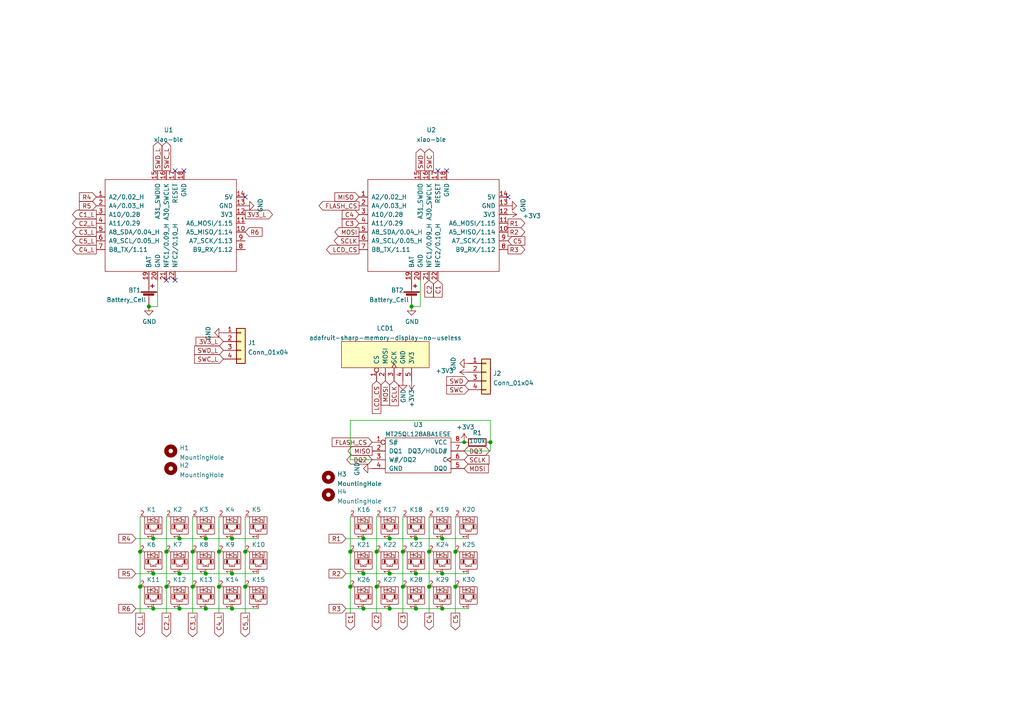
<source format=kicad_sch>
(kicad_sch (version 20211123) (generator eeschema)
  (paper "A4")
  (lib_symbols
    (symbol "Connector_Generic:Conn_01x04" (pin_names (offset 1.016) hide)
      (property "Reference" "J" (at 0 5.08 0))
      (property "Value" "Conn_01x04" (at 0 -7.62 0))
      (symbol "Conn_01x04_1_1"
        (pin passive line (at -5.08 2.54 0) (length 3.81) (name "Pin_1") (number "1"))
        (pin passive line (at -5.08 0 0) (length 3.81) (name "Pin_2") (number "2"))
        (pin passive line (at -5.08 -2.54 0) (length 3.81) (name "Pin_3") (number "3"))
        (pin passive line (at -5.08 -5.08 0) (length 3.81) (name "Pin_4") (number "4"))
      )
    )
    (symbol "Device:Battery_Cell" (pin_numbers hide) (pin_names (offset 0) hide)
      (property "Reference" "BT" (at 2.54 2.54 0))
      (property "Value" "Battery_Cell" (at 2.54 0 0))
      (symbol "Battery_Cell_1_1"
        (pin passive line (at 0 5.08 270) (length 2.54) (name "+") (number "1"))
        (pin passive line (at 0 -2.54 90) (length 2.54) (name "-") (number "2"))
      )
    )
    (symbol "Device:R" (pin_numbers hide) (pin_names (offset 0))
      (property "Reference" "R" (at 2.032 0 90))
      (property "Value" "R" (at 0 0 90))
      (symbol "R_1_1"
        (pin passive line (at 0 3.81 270) (length 1.27) (name "~") (number "1"))
        (pin passive line (at 0 -3.81 90) (length 1.27) (name "~") (number "2"))
      )
    )
    (symbol "Mechanical:MountingHole" (pin_names (offset 1.016))
      (property "Reference" "H" (at 0 5.08 0))
      (property "Value" "MountingHole" (at 0 3.175 0))
    )
    (symbol "diode-choc:diode-choc" (pin_names (offset 1.016))
      (property "Reference" "K" (at 0 3.81 0))
      (symbol "diode-choc_1_1"
        (pin input line (at 0 -3.81 90) (length 1.27) (name "~") (number "1"))
        (pin output line (at -3.81 2.54 0) (length 1.27) (name "~") (number "2"))
      )
    )
    (symbol "diode-choc:diode-choc_1" (pin_names (offset 1.016))
      (property "Reference" "K" (at 0 3.81 0))
      (symbol "diode-choc_1_1_1"
        (pin input line (at 0 -3.81 90) (length 1.27) (name "~") (number "1"))
        (pin output line (at -3.81 2.54 0) (length 1.27) (name "~") (number "2"))
      )
    )
    (symbol "diode-choc:diode-choc_15" (pin_names (offset 1.016))
      (property "Reference" "K" (at 0 3.81 0))
      (symbol "diode-choc_15_1_1"
        (pin input line (at 0 -3.81 90) (length 1.27) (name "~") (number "1"))
        (pin output line (at -3.81 2.54 0) (length 1.27) (name "~") (number "2"))
      )
    )
    (symbol "diode-choc:diode-choc_16" (pin_names (offset 1.016))
      (property "Reference" "K" (at 0 3.81 0))
      (symbol "diode-choc_16_1_1"
        (pin input line (at 0 -3.81 90) (length 1.27) (name "~") (number "1"))
        (pin output line (at -3.81 2.54 0) (length 1.27) (name "~") (number "2"))
      )
    )
    (symbol "diode-choc:diode-choc_17" (pin_names (offset 1.016))
      (property "Reference" "K" (at 0 3.81 0))
      (symbol "diode-choc_17_1_1"
        (pin input line (at 0 -3.81 90) (length 1.27) (name "~") (number "1"))
        (pin output line (at -3.81 2.54 0) (length 1.27) (name "~") (number "2"))
      )
    )
    (symbol "diode-choc:diode-choc_18" (pin_names (offset 1.016))
      (property "Reference" "K" (at 0 3.81 0))
      (symbol "diode-choc_18_1_1"
        (pin input line (at 0 -3.81 90) (length 1.27) (name "~") (number "1"))
        (pin output line (at -3.81 2.54 0) (length 1.27) (name "~") (number "2"))
      )
    )
    (symbol "diode-choc:diode-choc_19" (pin_names (offset 1.016))
      (property "Reference" "K" (at 0 3.81 0))
      (symbol "diode-choc_19_1_1"
        (pin input line (at 0 -3.81 90) (length 1.27) (name "~") (number "1"))
        (pin output line (at -3.81 2.54 0) (length 1.27) (name "~") (number "2"))
      )
    )
    (symbol "diode-choc:diode-choc_23" (pin_names (offset 1.016))
      (property "Reference" "K" (at 0 3.81 0))
      (symbol "diode-choc_23_1_1"
        (pin input line (at 0 -3.81 90) (length 1.27) (name "~") (number "1"))
        (pin output line (at -3.81 2.54 0) (length 1.27) (name "~") (number "2"))
      )
    )
    (symbol "diode-choc:diode-choc_24" (pin_names (offset 1.016))
      (property "Reference" "K" (at 0 3.81 0))
      (symbol "diode-choc_24_1_1"
        (pin input line (at 0 -3.81 90) (length 1.27) (name "~") (number "1"))
        (pin output line (at -3.81 2.54 0) (length 1.27) (name "~") (number "2"))
      )
    )
    (symbol "diode-choc:diode-choc_25" (pin_names (offset 1.016))
      (property "Reference" "K" (at 0 3.81 0))
      (symbol "diode-choc_25_1_1"
        (pin input line (at 0 -3.81 90) (length 1.27) (name "~") (number "1"))
        (pin output line (at -3.81 2.54 0) (length 1.27) (name "~") (number "2"))
      )
    )
    (symbol "diode-choc:diode-choc_26" (pin_names (offset 1.016))
      (property "Reference" "K" (at 0 3.81 0))
      (symbol "diode-choc_26_1_1"
        (pin input line (at 0 -3.81 90) (length 1.27) (name "~") (number "1"))
        (pin output line (at -3.81 2.54 0) (length 1.27) (name "~") (number "2"))
      )
    )
    (symbol "diode-choc:diode-choc_27" (pin_names (offset 1.016))
      (property "Reference" "K" (at 0 3.81 0))
      (symbol "diode-choc_27_1_1"
        (pin input line (at 0 -3.81 90) (length 1.27) (name "~") (number "1"))
        (pin output line (at -3.81 2.54 0) (length 1.27) (name "~") (number "2"))
      )
    )
    (symbol "diode-choc:diode-choc_28" (pin_names (offset 1.016))
      (property "Reference" "K" (at 0 3.81 0))
      (symbol "diode-choc_28_1_1"
        (pin input line (at 0 -3.81 90) (length 1.27) (name "~") (number "1"))
        (pin output line (at -3.81 2.54 0) (length 1.27) (name "~") (number "2"))
      )
    )
    (symbol "diode-choc:diode-choc_4" (pin_names (offset 1.016))
      (property "Reference" "K" (at 0 3.81 0))
      (symbol "diode-choc_4_1_1"
        (pin input line (at 0 -3.81 90) (length 1.27) (name "~") (number "1"))
        (pin output line (at -3.81 2.54 0) (length 1.27) (name "~") (number "2"))
      )
    )
    (symbol "diode-choc:diode-choc_5" (pin_names (offset 1.016))
      (property "Reference" "K" (at 0 3.81 0))
      (symbol "diode-choc_5_1_1"
        (pin input line (at 0 -3.81 90) (length 1.27) (name "~") (number "1"))
        (pin output line (at -3.81 2.54 0) (length 1.27) (name "~") (number "2"))
      )
    )
    (symbol "diode-choc:diode-choc_6" (pin_names (offset 1.016))
      (property "Reference" "K" (at 0 3.81 0))
      (symbol "diode-choc_6_1_1"
        (pin input line (at 0 -3.81 90) (length 1.27) (name "~") (number "1"))
        (pin output line (at -3.81 2.54 0) (length 1.27) (name "~") (number "2"))
      )
    )
    (symbol "display:adafruit-sharp-memory-display-no-useless" (pin_names (offset 1.016))
      (property "Reference" "LCD" (at 0 -13.97 0))
      (property "Value" "adafruit-sharp-memory-display-no-useless" (at 0 6.35 0))
      (symbol "adafruit-sharp-memory-display-no-useless_1_1"
        (pin input inverted (at -2.54 -7.62 90) (length 3.81) (name "CS") (number "1"))
        (pin input line (at 0 -7.62 90) (length 3.81) (name "MOSI") (number "2"))
        (pin input clock (at 2.54 -7.62 90) (length 3.81) (name "SCK") (number "3"))
        (pin power_in line (at 5.08 -7.62 90) (length 3.81) (name "GND") (number "4"))
        (pin power_in line (at 7.62 -7.62 90) (length 3.81) (name "3V3") (number "5"))
      )
    )
    (symbol "ic:MT25QL128ABA1ESE" (pin_names (offset 1.016))
      (property "Reference" "U" (at 0 -12.7 0))
      (property "Value" "MT25QL128ABA1ESE" (at -1.27 12.7 0))
      (symbol "MT25QL128ABA1ESE_1_1"
        (pin input inverted (at -11.43 2.54 0) (length 3.81) (name "S#") (number "1"))
        (pin output line (at -11.43 0 0) (length 3.81) (name "DQ1") (number "2"))
        (pin bidirectional line (at -11.43 -2.54 0) (length 3.81) (name "W#/DQ2") (number "3"))
        (pin power_in line (at -11.43 -5.08 0) (length 3.81) (name "GND") (number "4"))
        (pin input line (at 15.24 -5.08 180) (length 3.81) (name "DQ0") (number "5"))
        (pin input clock (at 15.24 -2.54 180) (length 3.81) (name "C") (number "6"))
        (pin input line (at 15.24 0 180) (length 3.81) (name "DQ3/HOLD#") (number "7"))
        (pin power_in line (at 15.24 2.54 180) (length 3.81) (name "VCC") (number "8"))
      )
    )
    (symbol "power:+3V3" (power) (pin_names (offset 0))
      (property "Value" "+3V3" (at 0 3.556 0))
      (symbol "+3V3_1_1"
        (pin power_in line (at 0 0 90) (length 0) hide (name "+3V3") (number "1"))
      )
    )
    (symbol "power:GND" (power) (pin_names (offset 0))
      (property "Value" "GND" (at 0 -3.81 0))
      (symbol "GND_1_1"
        (pin power_in line (at 0 0 270) (length 0) hide (name "GND") (number "1"))
      )
    )
    (symbol "xiao:xiao-ble" (pin_names (offset 1.016))
      (property "Reference" "U" (at -17.78 16.51 0))
      (property "Value" "xiao-ble" (at -15.24 13.97 0))
      (symbol "xiao-ble_1_1"
        (pin bidirectional line (at -21.59 7.62 0) (length 2.54) (name "A2/0.02_H") (number "1"))
        (pin bidirectional line (at 21.59 -2.54 180) (length 2.54) (name "A5_MISO/1.14") (number "10"))
        (pin bidirectional line (at 21.59 0 180) (length 2.54) (name "A6_MOSI/1.15") (number "11"))
        (pin power_out line (at 21.59 2.54 180) (length 2.54) (name "3V3") (number "12"))
        (pin power_out line (at 21.59 5.08 180) (length 2.54) (name "GND") (number "13"))
        (pin power_out line (at 21.59 7.62 180) (length 2.54) (name "5V") (number "14"))
        (pin input line (at -3.81 15.24 270) (length 2.54) (name "A31_SWDIO") (number "15"))
        (pin input line (at -1.27 15.24 270) (length 2.54) (name "A30_SWCLK") (number "16"))
        (pin input line (at 1.27 15.24 270) (length 2.54) (name "RESET") (number "17"))
        (pin power_out line (at 3.81 15.24 270) (length 2.54) (name "GND") (number "18"))
        (pin bidirectional line (at -6.35 -16.51 90) (length 2.54) (name "BAT") (number "19"))
        (pin bidirectional line (at -21.59 5.08 0) (length 2.54) (name "A4/0.03_H") (number "2"))
        (pin power_out line (at -3.81 -16.51 90) (length 2.54) (name "GND") (number "20"))
        (pin bidirectional line (at -1.27 -16.51 90) (length 2.54) (name "NFC1/0.09_H") (number "21"))
        (pin bidirectional line (at 1.27 -16.51 90) (length 2.54) (name "NFC2/0.10_H") (number "22"))
        (pin bidirectional line (at -21.59 2.54 0) (length 2.54) (name "A10/0.28") (number "3"))
        (pin bidirectional line (at -21.59 0 0) (length 2.54) (name "A11/0.29") (number "4"))
        (pin bidirectional line (at -21.59 -2.54 0) (length 2.54) (name "A8_SDA/0.04_H") (number "5"))
        (pin bidirectional line (at -21.59 -5.08 0) (length 2.54) (name "A9_SCL/0.05_H") (number "6"))
        (pin bidirectional line (at -21.59 -7.62 0) (length 2.54) (name "B8_TX/1.11") (number "7"))
        (pin bidirectional line (at 21.59 -7.62 180) (length 2.54) (name "B9_RX/1.12") (number "8"))
        (pin bidirectional line (at 21.59 -5.08 180) (length 2.54) (name "A7_SCK/1.13") (number "9"))
      )
    )
  )
  (junction (at 113.03 176.53) (diameter 1.016))
  (junction (at 52.07 156.21) (diameter 1.016))
  (junction (at 67.31 156.21) (diameter 1.016))
  (junction (at 48.26 170.18) (diameter 1.016))
  (junction (at 109.22 170.18) (diameter 1.016))
  (junction (at 109.22 160.02) (diameter 1.016))
  (junction (at 59.69 166.37) (diameter 1.016))
  (junction (at 132.08 170.18) (diameter 1.016))
  (junction (at 52.07 176.53) (diameter 1.016))
  (junction (at 43.18 88.9) (diameter 1.016))
  (junction (at 44.45 166.37) (diameter 1.016))
  (junction (at 116.84 170.18) (diameter 1.016))
  (junction (at 113.03 156.21) (diameter 1.016))
  (junction (at 105.41 176.53) (diameter 1.016))
  (junction (at 120.65 166.37) (diameter 1.016))
  (junction (at 124.46 160.02) (diameter 1.016))
  (junction (at 71.12 170.18) (diameter 1.016))
  (junction (at 101.6 160.02) (diameter 1.016))
  (junction (at 63.5 160.02) (diameter 1.016))
  (junction (at 116.84 160.02) (diameter 1.016))
  (junction (at 67.31 166.37) (diameter 1.016))
  (junction (at 142.24 128.27) (diameter 1.016))
  (junction (at 134.62 128.27))
  (junction (at 44.45 176.53) (diameter 1.016))
  (junction (at 105.41 166.37) (diameter 1.016))
  (junction (at 105.41 156.21) (diameter 1.016))
  (junction (at 67.31 176.53) (diameter 1.016))
  (junction (at 132.08 160.02) (diameter 1.016))
  (junction (at 40.64 160.02) (diameter 1.016))
  (junction (at 59.69 156.21) (diameter 1.016))
  (junction (at 128.27 166.37) (diameter 1.016))
  (junction (at 128.27 156.21) (diameter 1.016))
  (junction (at 44.45 156.21) (diameter 1.016))
  (junction (at 119.38 88.9) (diameter 1.016))
  (junction (at 55.88 160.02) (diameter 1.016))
  (junction (at 55.88 170.18) (diameter 1.016))
  (junction (at 101.6 170.18) (diameter 1.016))
  (junction (at 124.46 170.18) (diameter 1.016))
  (junction (at 52.07 166.37) (diameter 1.016))
  (junction (at 48.26 160.02) (diameter 1.016))
  (junction (at 120.65 176.53) (diameter 1.016))
  (junction (at 128.27 176.53) (diameter 1.016))
  (junction (at 71.12 160.02) (diameter 1.016))
  (junction (at 63.5 170.18) (diameter 1.016))
  (junction (at 59.69 176.53) (diameter 1.016))
  (junction (at 40.64 170.18) (diameter 1.016))
  (junction (at 120.65 156.21) (diameter 1.016))
  (junction (at 113.03 166.37) (diameter 1.016))
  (no_connect (at 50.8 81.28))
  (no_connect (at 48.26 81.28))
  (no_connect (at 127 49.53))
  (no_connect (at 129.54 49.53))
  (no_connect (at 147.32 57.15))
  (no_connect (at 53.34 49.53))
  (no_connect (at 50.8 49.53))
  (no_connect (at 71.12 57.15))
  (wire (pts (xy 100.33 156.21) (xy 105.41 156.21)))
  (wire (pts (xy 105.41 156.21) (xy 113.03 156.21)))
  (wire (pts (xy 113.03 156.21) (xy 120.65 156.21)))
  (wire (pts (xy 120.65 156.21) (xy 128.27 156.21)))
  (wire (pts (xy 128.27 156.21) (xy 135.89 156.21)))
  (wire (pts (xy 67.31 176.53) (xy 74.93 176.53)))
  (wire (pts (xy 101.6 121.92) (xy 101.6 133.35)))
  (wire (pts (xy 59.69 166.37) (xy 67.31 166.37)))
  (wire (pts (xy 67.31 156.21) (xy 74.93 156.21)))
  (wire (pts (xy 48.26 160.02) (xy 48.26 170.18)))
  (wire (pts (xy 101.6 121.92) (xy 142.24 121.92)))
  (wire (pts (xy 100.33 166.37) (xy 105.41 166.37)))
  (wire (pts (xy 105.41 166.37) (xy 113.03 166.37)))
  (wire (pts (xy 113.03 166.37) (xy 120.65 166.37)))
  (wire (pts (xy 120.65 166.37) (xy 128.27 166.37)))
  (wire (pts (xy 128.27 166.37) (xy 135.89 166.37)))
  (wire (pts (xy 45.72 81.28) (xy 45.72 88.9)))
  (wire (pts (xy 52.07 156.21) (xy 59.69 156.21)))
  (wire (pts (xy 44.45 166.37) (xy 52.07 166.37)))
  (wire (pts (xy 67.31 166.37) (xy 74.93 166.37)))
  (wire (pts (xy 44.45 156.21) (xy 52.07 156.21)))
  (wire (pts (xy 48.26 170.18) (xy 48.26 177.8)))
  (wire (pts (xy 71.12 149.86) (xy 71.12 160.02)))
  (wire (pts (xy 132.08 149.86) (xy 132.08 160.02)))
  (wire (pts (xy 52.07 166.37) (xy 59.69 166.37)))
  (wire (pts (xy 40.64 170.18) (xy 40.64 177.8)))
  (wire (pts (xy 101.6 149.86) (xy 101.6 160.02)))
  (wire (pts (xy 101.6 160.02) (xy 101.6 170.18)))
  (wire (pts (xy 52.07 176.53) (xy 59.69 176.53)))
  (wire (pts (xy 121.92 81.28) (xy 121.92 88.9)))
  (wire (pts (xy 121.92 88.9) (xy 119.38 88.9)))
  (wire (pts (xy 40.64 149.86) (xy 40.64 160.02)))
  (wire (pts (xy 63.5 149.86) (xy 63.5 160.02)))
  (wire (pts (xy 48.26 149.86) (xy 48.26 160.02)))
  (wire (pts (xy 100.33 176.53) (xy 105.41 176.53)))
  (wire (pts (xy 105.41 176.53) (xy 113.03 176.53)))
  (wire (pts (xy 113.03 176.53) (xy 120.65 176.53)))
  (wire (pts (xy 63.5 170.18) (xy 63.5 177.8)))
  (wire (pts (xy 142.24 130.81) (xy 142.24 128.27)))
  (wire (pts (xy 40.64 160.02) (xy 40.64 170.18)))
  (wire (pts (xy 120.65 176.53) (xy 128.27 176.53)))
  (wire (pts (xy 128.27 176.53) (xy 135.89 176.53)))
  (wire (pts (xy 124.46 149.86) (xy 124.46 160.02)))
  (wire (pts (xy 124.46 160.02) (xy 124.46 170.18)))
  (wire (pts (xy 124.46 170.18) (xy 124.46 177.8)))
  (wire (pts (xy 109.22 149.86) (xy 109.22 160.02)))
  (wire (pts (xy 109.22 160.02) (xy 109.22 170.18)))
  (wire (pts (xy 109.22 170.18) (xy 109.22 177.8)))
  (wire (pts (xy 39.37 166.37) (xy 44.45 166.37)))
  (wire (pts (xy 59.69 156.21) (xy 67.31 156.21)))
  (wire (pts (xy 116.84 149.86) (xy 116.84 160.02)))
  (wire (pts (xy 116.84 160.02) (xy 116.84 170.18)))
  (wire (pts (xy 71.12 170.18) (xy 71.12 177.8)))
  (wire (pts (xy 55.88 149.86) (xy 55.88 160.02)))
  (wire (pts (xy 59.69 176.53) (xy 67.31 176.53)))
  (wire (pts (xy 45.72 88.9) (xy 43.18 88.9)))
  (wire (pts (xy 142.24 121.92) (xy 142.24 128.27)))
  (wire (pts (xy 101.6 170.18) (xy 101.6 177.8)))
  (wire (pts (xy 134.62 130.81) (xy 142.24 130.81)))
  (wire (pts (xy 101.6 133.35) (xy 107.95 133.35)))
  (wire (pts (xy 55.88 160.02) (xy 55.88 170.18)))
  (wire (pts (xy 63.5 160.02) (xy 63.5 170.18)))
  (wire (pts (xy 39.37 176.53) (xy 44.45 176.53)))
  (wire (pts (xy 116.84 170.18) (xy 116.84 177.8)))
  (wire (pts (xy 39.37 156.21) (xy 44.45 156.21)))
  (wire (pts (xy 55.88 170.18) (xy 55.88 177.8)))
  (wire (pts (xy 132.08 160.02) (xy 132.08 170.18)))
  (wire (pts (xy 132.08 170.18) (xy 132.08 177.8)))
  (wire (pts (xy 71.12 160.02) (xy 71.12 170.18)))
  (wire (pts (xy 44.45 176.53) (xy 52.07 176.53)))
  (global_label "R3" (shape output) (at 147.32 72.39 0) (property "Intersheet References" "${INTERSHEET_REFS}" (effects hide)))
  (global_label "DQ2" (shape bidirectional) (at 107.95 133.35 180) (property "Intersheet References" "${INTERSHEET_REFS}" (effects hide)))
  (global_label "C2" (shape output) (at 109.22 177.8 270) (property "Intersheet References" "${INTERSHEET_REFS}" (effects hide)))
  (global_label "SCLK" (shape input) (at 114.3 110.49 270) (property "Intersheet References" "${INTERSHEET_REFS}" (effects hide)))
  (global_label "C5" (shape output) (at 132.08 177.8 270) (property "Intersheet References" "${INTERSHEET_REFS}" (effects hide)))
  (global_label "C1_L" (shape output) (at 40.64 177.8 270) (property "Intersheet References" "${INTERSHEET_REFS}" (effects hide)))
  (global_label "C2" (shape input) (at 124.46 81.28 270) (property "Intersheet References" "${INTERSHEET_REFS}" (effects hide)))
  (global_label "C1" (shape output) (at 101.6 177.8 270) (property "Intersheet References" "${INTERSHEET_REFS}" (effects hide)))
  (global_label "3V3_L" (shape input) (at 64.77 99.06 180) (property "Intersheet References" "${INTERSHEET_REFS}" (effects hide)))
  (global_label "SWC_L" (shape input) (at 64.77 104.14 180) (property "Intersheet References" "${INTERSHEET_REFS}" (effects hide)))
  (global_label "R2" (shape output) (at 147.32 67.31 0) (property "Intersheet References" "${INTERSHEET_REFS}" (effects hide)))
  (global_label "DQ3" (shape bidirectional) (at 134.62 130.81 0) (property "Intersheet References" "${INTERSHEET_REFS}" (effects hide)))
  (global_label "R1" (shape input) (at 100.33 156.21 180) (property "Intersheet References" "${INTERSHEET_REFS}" (effects hide)))
  (global_label "C2_L" (shape output) (at 27.94 64.77 180) (property "Intersheet References" "${INTERSHEET_REFS}" (effects hide)))
  (global_label "R3" (shape input) (at 100.33 176.53 180) (property "Intersheet References" "${INTERSHEET_REFS}" (effects hide)))
  (global_label "R4" (shape input) (at 39.37 156.21 180) (property "Intersheet References" "${INTERSHEET_REFS}" (effects hide)))
  (global_label "FLASH_CS" (shape output) (at 104.14 59.69 180) (property "Intersheet References" "${INTERSHEET_REFS}" (effects hide)))
  (global_label "C4" (shape input) (at 104.14 62.23 180) (property "Intersheet References" "${INTERSHEET_REFS}" (effects hide)))
  (global_label "SWD" (shape input) (at 135.89 110.49 180) (property "Intersheet References" "${INTERSHEET_REFS}" (effects hide)))
  (global_label "SWC" (shape input) (at 135.89 113.03 180) (property "Intersheet References" "${INTERSHEET_REFS}" (effects hide)))
  (global_label "SWD_L" (shape input) (at 64.77 101.6 180) (property "Intersheet References" "${INTERSHEET_REFS}" (effects hide)))
  (global_label "R5" (shape input) (at 39.37 166.37 180) (property "Intersheet References" "${INTERSHEET_REFS}" (effects hide)))
  (global_label "C4" (shape output) (at 124.46 177.8 270) (property "Intersheet References" "${INTERSHEET_REFS}" (effects hide)))
  (global_label "C3_L" (shape output) (at 27.94 67.31 180) (property "Intersheet References" "${INTERSHEET_REFS}" (effects hide)))
  (global_label "R4" (shape input) (at 27.94 57.15 180) (property "Intersheet References" "${INTERSHEET_REFS}" (effects hide)))
  (global_label "R6" (shape input) (at 71.12 67.31 0) (property "Intersheet References" "${INTERSHEET_REFS}" (effects hide)))
  (global_label "R1" (shape output) (at 147.32 64.77 0) (property "Intersheet References" "${INTERSHEET_REFS}" (effects hide)))
  (global_label "MOSI" (shape input) (at 111.76 110.49 270) (property "Intersheet References" "${INTERSHEET_REFS}" (effects hide)))
  (global_label "LCD_CS" (shape input) (at 109.22 110.49 270) (property "Intersheet References" "${INTERSHEET_REFS}" (effects hide)))
  (global_label "C5_L" (shape output) (at 71.12 177.8 270) (property "Intersheet References" "${INTERSHEET_REFS}" (effects hide)))
  (global_label "R6" (shape input) (at 39.37 176.53 180) (property "Intersheet References" "${INTERSHEET_REFS}" (effects hide)))
  (global_label "SCLK" (shape output) (at 104.14 69.85 180) (property "Intersheet References" "${INTERSHEET_REFS}" (effects hide)))
  (global_label "MOSI" (shape input) (at 134.62 135.89 0) (property "Intersheet References" "${INTERSHEET_REFS}" (effects hide)))
  (global_label "C5_L" (shape output) (at 27.94 69.85 180) (property "Intersheet References" "${INTERSHEET_REFS}" (effects hide)))
  (global_label "3V3_L" (shape output) (at 71.12 62.23 0) (property "Intersheet References" "${INTERSHEET_REFS}" (effects hide)))
  (global_label "SWD" (shape output) (at 121.92 49.53 90) (property "Intersheet References" "${INTERSHEET_REFS}" (effects hide)))
  (global_label "C3" (shape input) (at 104.14 64.77 180) (property "Intersheet References" "${INTERSHEET_REFS}" (effects hide)))
  (global_label "C2_L" (shape output) (at 48.26 177.8 270) (property "Intersheet References" "${INTERSHEET_REFS}" (effects hide)))
  (global_label "SWD_L" (shape output) (at 45.72 49.53 90) (property "Intersheet References" "${INTERSHEET_REFS}" (effects hide)))
  (global_label "R2" (shape input) (at 100.33 166.37 180) (property "Intersheet References" "${INTERSHEET_REFS}" (effects hide)))
  (global_label "C3" (shape output) (at 116.84 177.8 270) (property "Intersheet References" "${INTERSHEET_REFS}" (effects hide)))
  (global_label "SWC" (shape output) (at 124.46 49.53 90) (property "Intersheet References" "${INTERSHEET_REFS}" (effects hide)))
  (global_label "LCD_CS" (shape output) (at 104.14 72.39 180) (property "Intersheet References" "${INTERSHEET_REFS}" (effects hide)))
  (global_label "FLASH_CS" (shape input) (at 107.95 128.27 180) (property "Intersheet References" "${INTERSHEET_REFS}" (effects hide)))
  (global_label "SCLK" (shape input) (at 134.62 133.35 0) (property "Intersheet References" "${INTERSHEET_REFS}" (effects hide)))
  (global_label "C3_L" (shape output) (at 55.88 177.8 270) (property "Intersheet References" "${INTERSHEET_REFS}" (effects hide)))
  (global_label "MISO" (shape input) (at 104.14 57.15 180) (property "Intersheet References" "${INTERSHEET_REFS}" (effects hide)))
  (global_label "C4_L" (shape output) (at 27.94 72.39 180) (property "Intersheet References" "${INTERSHEET_REFS}" (effects hide)))
  (global_label "C5" (shape input) (at 147.32 69.85 0) (property "Intersheet References" "${INTERSHEET_REFS}" (effects hide)))
  (global_label "C4_L" (shape output) (at 63.5 177.8 270) (property "Intersheet References" "${INTERSHEET_REFS}" (effects hide)))
  (global_label "MISO" (shape output) (at 107.95 130.81 180) (property "Intersheet References" "${INTERSHEET_REFS}" (effects hide)))
  (global_label "C1" (shape input) (at 127 81.28 270) (property "Intersheet References" "${INTERSHEET_REFS}" (effects hide)))
  (global_label "MOSI" (shape output) (at 104.14 67.31 180) (property "Intersheet References" "${INTERSHEET_REFS}" (effects hide)))
  (global_label "SWC_L" (shape output) (at 48.26 49.53 90) (property "Intersheet References" "${INTERSHEET_REFS}" (effects hide)))
  (global_label "R5" (shape input) (at 27.94 59.69 180) (property "Intersheet References" "${INTERSHEET_REFS}" (effects hide)))
  (global_label "C1_L" (shape output) (at 27.94 62.23 180) (property "Intersheet References" "${INTERSHEET_REFS}" (effects hide)))
  (symbol (lib_id "power:+3V3") (at 134.62 128.27 0) (unit 1)
    (property "Reference" "#PWR011" (effects hide))
    (property "Value" "+3V3" (at 135.001 123.8758 0))
  )
  (symbol (lib_id "Device:R") (at 138.43 128.27 270) (unit 1)
    (property "Reference" "R1" (at 138.43 125.5522 90))
    (property "Value" "100k" (at 138.43 127.8636 90))
    (property "Footprint" "Resistor_SMD:R_0603_1608Metric" (effects hide))
  )
  (symbol (lib_id "power:GND") (at 107.95 135.89 270) (unit 1)
    (property "Reference" "#PWR012" (effects hide))
    (property "Value" "GND" (at 103.5558 136.017 0))
  )
  (symbol (lib_id "power:GND") (at 116.84 110.49 0) (unit 1)
    (property "Reference" "#PWR09" (effects hide))
    (property "Value" "GND" (at 116.967 114.8842 90))
  )
  (symbol (lib_id "power:+3V3") (at 119.38 110.49 180) (unit 1)
    (property "Reference" "#PWR010" (effects hide))
    (property "Value" "+3V3" (at 119.38 115.57 90))
  )
  (symbol (lib_id "Mechanical:MountingHole") (at 95.25 143.51 0) (unit 1)
    (property "Reference" "H4" (at 97.7901 142.6015 0) (effects (justify left)))
    (property "Value" "MountingHole" (at 97.7901 145.3766 0) (effects (justify left)))
    (property "Footprint" "MountingHole:MountingHole_3.2mm_M3" (effects hide))
  )
  (symbol (lib_name "diode-choc:diode-choc_25") (lib_id "diode-choc:diode-choc") (at 52.07 152.4 0) (unit 1)
    (property "Reference" "K2" (at 50.1651 147.799 0) (effects (justify left)))
    (property "Value" "diode-choc" (effects hide))
    (property "Footprint" "pg1350:pg1350-D" (effects hide))
  )
  (symbol (lib_id "diode-choc:diode-choc") (at 135.89 152.4 0) (unit 1)
    (property "Reference" "K20" (at 133.9851 147.799 0) (effects (justify left)))
    (property "Value" "diode-choc" (effects hide))
    (property "Footprint" "pg1350:pg1350-D" (effects hide))
  )
  (symbol (lib_name "diode-choc:diode-choc_16") (lib_id "diode-choc:diode-choc") (at 120.65 162.56 0) (unit 1)
    (property "Reference" "K23" (at 118.7451 157.959 0) (effects (justify left)))
    (property "Value" "diode-choc" (effects hide))
    (property "Footprint" "pg1350:pg1350-D" (effects hide))
  )
  (symbol (lib_id "xiao:xiao-ble") (at 49.53 64.77 0) (unit 1)
    (property "Reference" "U1" (at 48.895 37.6894 0))
    (property "Value" "xiao-ble" (at 48.895 40.4645 0))
    (property "Footprint" "xiao:xiao-ble-smd" (effects hide))
  )
  (symbol (lib_id "xiao:xiao-ble") (at 125.73 64.77 0) (unit 1)
    (property "Reference" "U2" (at 125.095 37.6894 0))
    (property "Value" "xiao-ble" (at 125.095 40.4645 0))
    (property "Footprint" "xiao:xiao-ble-smd-cutout" (effects hide))
  )
  (symbol (lib_name "diode-choc:diode-choc_24") (lib_id "diode-choc:diode-choc") (at 67.31 152.4 0) (unit 1)
    (property "Reference" "K4" (at 65.4051 147.799 0) (effects (justify left)))
    (property "Value" "diode-choc" (effects hide))
    (property "Footprint" "pg1350:pg1350-D" (effects hide))
  )
  (symbol (lib_name "diode-choc:diode-choc_23") (lib_id "diode-choc:diode-choc") (at 59.69 152.4 0) (unit 1)
    (property "Reference" "K3" (at 57.7851 147.799 0) (effects (justify left)))
    (property "Value" "diode-choc" (effects hide))
    (property "Footprint" "pg1350:pg1350-D" (effects hide))
  )
  (symbol (lib_id "power:+3V3") (at 135.89 107.95 90) (unit 1)
    (property "Reference" "#PWR08" (effects hide))
    (property "Value" "+3V3" (at 128.9558 107.569 90))
  )
  (symbol (lib_name "diode-choc:diode-choc_4") (lib_id "diode-choc:diode-choc") (at 113.03 162.56 0) (unit 1)
    (property "Reference" "K22" (at 111.1251 157.959 0) (effects (justify left)))
    (property "Value" "diode-choc" (effects hide))
    (property "Footprint" "pg1350:pg1350-D" (effects hide))
  )
  (symbol (lib_name "diode-choc:diode-choc_26") (lib_id "diode-choc:diode-choc") (at 44.45 152.4 0) (unit 1)
    (property "Reference" "K1" (at 42.5451 147.799 0) (effects (justify left)))
    (property "Value" "diode-choc" (effects hide))
    (property "Footprint" "pg1350:pg1350-D" (effects hide))
  )
  (symbol (lib_id "power:GND") (at 147.32 59.69 90) (unit 1)
    (property "Reference" "#PWR02" (effects hide))
    (property "Value" "GND" (at 151.7142 59.563 0))
  )
  (symbol (lib_name "diode-choc:diode-choc_1") (lib_id "diode-choc:diode-choc") (at 44.45 172.72 0) (unit 1)
    (property "Reference" "K11" (at 42.5451 168.119 0) (effects (justify left)))
    (property "Value" "diode-choc" (effects hide))
    (property "Footprint" "pg1350:pg1350-D" (effects hide))
  )
  (symbol (lib_id "Mechanical:MountingHole") (at 49.53 130.81 0) (unit 1)
    (property "Reference" "H1" (at 52.0701 129.9015 0) (effects (justify left)))
    (property "Value" "MountingHole" (at 52.0701 132.6766 0) (effects (justify left)))
    (property "Footprint" "MountingHole:MountingHole_3.2mm_M3" (effects hide))
  )
  (symbol (lib_name "diode-choc:diode-choc_27") (lib_id "diode-choc:diode-choc") (at 128.27 172.72 0) (unit 1)
    (property "Reference" "K29" (at 126.3651 168.119 0) (effects (justify left)))
    (property "Value" "diode-choc" (effects hide))
    (property "Footprint" "pg1350:pg1350-D" (effects hide))
  )
  (symbol (lib_name "diode-choc:diode-choc_23") (lib_id "diode-choc:diode-choc") (at 120.65 152.4 0) (unit 1)
    (property "Reference" "K18" (at 118.7451 147.799 0) (effects (justify left)))
    (property "Value" "diode-choc" (effects hide))
    (property "Footprint" "pg1350:pg1350-D" (effects hide))
  )
  (symbol (lib_name "diode-choc:diode-choc_16") (lib_id "diode-choc:diode-choc") (at 59.69 162.56 0) (unit 1)
    (property "Reference" "K8" (at 57.7851 157.959 0) (effects (justify left)))
    (property "Value" "diode-choc" (effects hide))
    (property "Footprint" "pg1350:pg1350-D" (effects hide))
  )
  (symbol (lib_id "power:GND") (at 135.89 105.41 270) (unit 1)
    (property "Reference" "#PWR07" (effects hide))
    (property "Value" "GND" (at 131.4958 105.537 0))
  )
  (symbol (lib_name "diode-choc:diode-choc_25") (lib_id "diode-choc:diode-choc") (at 113.03 152.4 0) (unit 1)
    (property "Reference" "K17" (at 111.1251 147.799 0) (effects (justify left)))
    (property "Value" "diode-choc" (effects hide))
    (property "Footprint" "pg1350:pg1350-D" (effects hide))
  )
  (symbol (lib_name "diode-choc:diode-choc_5") (lib_id "diode-choc:diode-choc") (at 105.41 162.56 0) (unit 1)
    (property "Reference" "K21" (at 103.5051 157.959 0) (effects (justify left)))
    (property "Value" "diode-choc" (effects hide))
    (property "Footprint" "pg1350:pg1350-D" (effects hide))
  )
  (symbol (lib_id "Device:Battery_Cell") (at 43.18 86.36 0) (unit 1)
    (property "Reference" "BT1" (at 37.2111 84.1815 0) (effects (justify left)))
    (property "Value" "Battery_Cell" (at 30.8611 86.9566 0) (effects (justify left)))
    (property "Footprint" "Connector_JST:JST_PH_S2B-PH-SM4-TB_1x02-1MP_P2.00mm_Horizontal" (effects hide))
  )
  (symbol (lib_id "power:GND") (at 71.12 59.69 90) (unit 1)
    (property "Reference" "#PWR01" (effects hide))
    (property "Value" "GND" (at 75.5142 59.563 0))
  )
  (symbol (lib_name "diode-choc:diode-choc_4") (lib_id "diode-choc:diode-choc") (at 52.07 162.56 0) (unit 1)
    (property "Reference" "K7" (at 50.1651 157.959 0) (effects (justify left)))
    (property "Value" "diode-choc" (effects hide))
    (property "Footprint" "pg1350:pg1350-D" (effects hide))
  )
  (symbol (lib_id "Connector_Generic:Conn_01x04") (at 140.97 107.95 0) (unit 1)
    (property "Reference" "J2" (at 143.0021 108.3115 0) (effects (justify left)))
    (property "Value" "Conn_01x04" (at 143.0021 111.0866 0) (effects (justify left)))
    (property "Footprint" "keeb-libs:debug-port-single-side" (effects hide))
  )
  (symbol (lib_name "diode-choc:diode-choc_17") (lib_id "diode-choc:diode-choc") (at 135.89 162.56 0) (unit 1)
    (property "Reference" "K25" (at 133.9851 157.959 0) (effects (justify left)))
    (property "Value" "diode-choc" (effects hide))
    (property "Footprint" "pg1350:pg1350-D" (effects hide))
  )
  (symbol (lib_id "Device:Battery_Cell") (at 119.38 86.36 0) (unit 1)
    (property "Reference" "BT2" (at 113.4111 84.1815 0) (effects (justify left)))
    (property "Value" "Battery_Cell" (at 107.0611 86.9566 0) (effects (justify left)))
    (property "Footprint" "Connector_JST:JST_PH_S2B-PH-SM4-TB_1x02-1MP_P2.00mm_Horizontal" (effects hide))
  )
  (symbol (lib_name "diode-choc:diode-choc_6") (lib_id "diode-choc:diode-choc") (at 52.07 172.72 0) (unit 1)
    (property "Reference" "K12" (at 50.1651 168.119 0) (effects (justify left)))
    (property "Value" "diode-choc" (effects hide))
    (property "Footprint" "pg1350:pg1350-D" (effects hide))
  )
  (symbol (lib_name "diode-choc:diode-choc_18") (lib_id "diode-choc:diode-choc") (at 128.27 162.56 0) (unit 1)
    (property "Reference" "K24" (at 126.3651 157.959 0) (effects (justify left)))
    (property "Value" "diode-choc" (effects hide))
    (property "Footprint" "pg1350:pg1350-D" (effects hide))
  )
  (symbol (lib_id "power:GND") (at 43.18 88.9 0) (unit 1)
    (property "Reference" "#PWR04" (effects hide))
    (property "Value" "GND" (at 43.307 93.2942 0))
  )
  (symbol (lib_name "diode-choc:diode-choc_1") (lib_id "diode-choc:diode-choc") (at 105.41 172.72 0) (unit 1)
    (property "Reference" "K26" (at 103.5051 168.119 0) (effects (justify left)))
    (property "Value" "diode-choc" (effects hide))
    (property "Footprint" "pg1350:pg1350-D" (effects hide))
  )
  (symbol (lib_name "diode-choc:diode-choc_6") (lib_id "diode-choc:diode-choc") (at 113.03 172.72 0) (unit 1)
    (property "Reference" "K27" (at 111.1251 168.119 0) (effects (justify left)))
    (property "Value" "diode-choc" (effects hide))
    (property "Footprint" "pg1350:pg1350-D" (effects hide))
  )
  (symbol (lib_name "diode-choc:diode-choc_17") (lib_id "diode-choc:diode-choc") (at 74.93 162.56 0) (unit 1)
    (property "Reference" "K10" (at 73.0251 157.959 0) (effects (justify left)))
    (property "Value" "diode-choc" (effects hide))
    (property "Footprint" "pg1350:pg1350-D" (effects hide))
  )
  (symbol (lib_name "diode-choc:diode-choc_28") (lib_id "diode-choc:diode-choc") (at 74.93 152.4 0) (unit 1)
    (property "Reference" "K5" (at 73.0251 147.799 0) (effects (justify left)))
    (property "Value" "diode-choc" (effects hide))
    (property "Footprint" "pg1350:pg1350-D" (effects hide))
  )
  (symbol (lib_name "diode-choc:diode-choc_27") (lib_id "diode-choc:diode-choc") (at 67.31 172.72 0) (unit 1)
    (property "Reference" "K14" (at 65.4051 168.119 0) (effects (justify left)))
    (property "Value" "diode-choc" (effects hide))
    (property "Footprint" "pg1350:pg1350-D" (effects hide))
  )
  (symbol (lib_name "diode-choc:diode-choc_24") (lib_id "diode-choc:diode-choc") (at 128.27 152.4 0) (unit 1)
    (property "Reference" "K19" (at 126.3651 147.799 0) (effects (justify left)))
    (property "Value" "diode-choc" (effects hide))
    (property "Footprint" "pg1350:pg1350-D" (effects hide))
  )
  (symbol (lib_id "display:adafruit-sharp-memory-display-no-useless") (at 111.76 102.87 0) (unit 1)
    (property "Reference" "LCD1" (at 111.76 95.2205 0))
    (property "Value" "adafruit-sharp-memory-display-no-useless" (at 111.76 97.9956 0))
    (property "Footprint" "display:adafruit-sharp-memory-display-1.3in-no-mounting-no-useless" (effects hide))
  )
  (symbol (lib_id "power:+3V3") (at 147.32 62.23 270) (unit 1)
    (property "Reference" "#PWR03" (effects hide))
    (property "Value" "+3V3" (at 154.2542 62.611 90))
  )
  (symbol (lib_name "diode-choc:diode-choc_26") (lib_id "diode-choc:diode-choc") (at 105.41 152.4 0) (unit 1)
    (property "Reference" "K16" (at 103.5051 147.799 0) (effects (justify left)))
    (property "Value" "diode-choc" (effects hide))
    (property "Footprint" "pg1350:pg1350-D" (effects hide))
  )
  (symbol (lib_id "power:GND") (at 119.38 88.9 0) (unit 1)
    (property "Reference" "#PWR05" (effects hide))
    (property "Value" "GND" (at 119.507 93.2942 0))
  )
  (symbol (lib_id "Connector_Generic:Conn_01x04") (at 69.85 99.06 0) (unit 1)
    (property "Reference" "J1" (at 71.8821 99.4215 0) (effects (justify left)))
    (property "Value" "Conn_01x04" (at 71.8821 102.1966 0) (effects (justify left)))
    (property "Footprint" "keeb-libs:debug-port-single-side" (effects hide))
  )
  (symbol (lib_name "diode-choc:diode-choc_15") (lib_id "diode-choc:diode-choc") (at 120.65 172.72 0) (unit 1)
    (property "Reference" "K28" (at 118.7451 168.119 0) (effects (justify left)))
    (property "Value" "diode-choc" (effects hide))
    (property "Footprint" "pg1350:pg1350-D" (effects hide))
  )
  (symbol (lib_id "ic:MT25QL128ABA1ESE") (at 119.38 130.81 0) (unit 1)
    (property "Reference" "U3" (at 121.285 123.1605 0))
    (property "Value" "MT25QL128ABA1ESE" (at 121.285 125.9356 0))
    (property "Footprint" "Package_SO:SOIC-8_5.23x5.23mm_P1.27mm" (effects hide))
  )
  (symbol (lib_id "Mechanical:MountingHole") (at 95.25 138.43 0) (unit 1)
    (property "Reference" "H3" (at 97.7901 137.5215 0) (effects (justify left)))
    (property "Value" "MountingHole" (at 97.7901 140.2966 0) (effects (justify left)))
    (property "Footprint" "MountingHole:MountingHole_3.2mm_M3" (effects hide))
  )
  (symbol (lib_name "diode-choc:diode-choc_5") (lib_id "diode-choc:diode-choc") (at 44.45 162.56 0) (unit 1)
    (property "Reference" "K6" (at 42.5451 157.959 0) (effects (justify left)))
    (property "Value" "diode-choc" (effects hide))
    (property "Footprint" "pg1350:pg1350-D" (effects hide))
  )
  (symbol (lib_name "diode-choc:diode-choc_19") (lib_id "diode-choc:diode-choc") (at 74.93 172.72 0) (unit 1)
    (property "Reference" "K15" (at 73.0251 168.119 0) (effects (justify left)))
    (property "Value" "diode-choc" (effects hide))
    (property "Footprint" "pg1350:pg1350-D" (effects hide))
  )
  (symbol (lib_id "Mechanical:MountingHole") (at 49.53 135.89 0) (unit 1)
    (property "Reference" "H2" (at 52.0701 134.9815 0) (effects (justify left)))
    (property "Value" "MountingHole" (at 52.0701 137.7566 0) (effects (justify left)))
    (property "Footprint" "MountingHole:MountingHole_3.2mm_M3" (effects hide))
  )
  (symbol (lib_name "diode-choc:diode-choc_19") (lib_id "diode-choc:diode-choc") (at 135.89 172.72 0) (unit 1)
    (property "Reference" "K30" (at 133.9851 168.119 0) (effects (justify left)))
    (property "Value" "diode-choc" (effects hide))
    (property "Footprint" "pg1350:pg1350-D" (effects hide))
  )
  (symbol (lib_id "power:GND") (at 64.77 96.52 270) (unit 1)
    (property "Reference" "#PWR06" (effects hide))
    (property "Value" "GND" (at 60.3758 96.647 0))
  )
  (symbol (lib_name "diode-choc:diode-choc_18") (lib_id "diode-choc:diode-choc") (at 67.31 162.56 0) (unit 1)
    (property "Reference" "K9" (at 65.4051 157.959 0) (effects (justify left)))
    (property "Value" "diode-choc" (effects hide))
    (property "Footprint" "pg1350:pg1350-D" (effects hide))
  )
  (symbol (lib_name "diode-choc:diode-choc_15") (lib_id "diode-choc:diode-choc") (at 59.69 172.72 0) (unit 1)
    (property "Reference" "K13" (at 57.7851 168.119 0) (effects (justify left)))
    (property "Value" "diode-choc" (effects hide))
    (property "Footprint" "pg1350:pg1350-D" (effects hide))
  )
)
</source>
